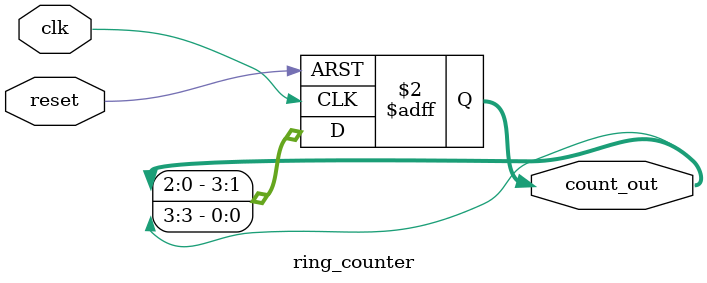
<source format=v>
module ring_counter (
    input wire clk,
    input wire reset,
    output reg [3:0] count_out
);

always @(posedge clk or posedge reset) begin
    if (reset) begin
        count_out <= 4'b0001;
    end else begin
        count_out <= {count_out[2:0], count_out[3]};
    end
end

endmodule

</source>
